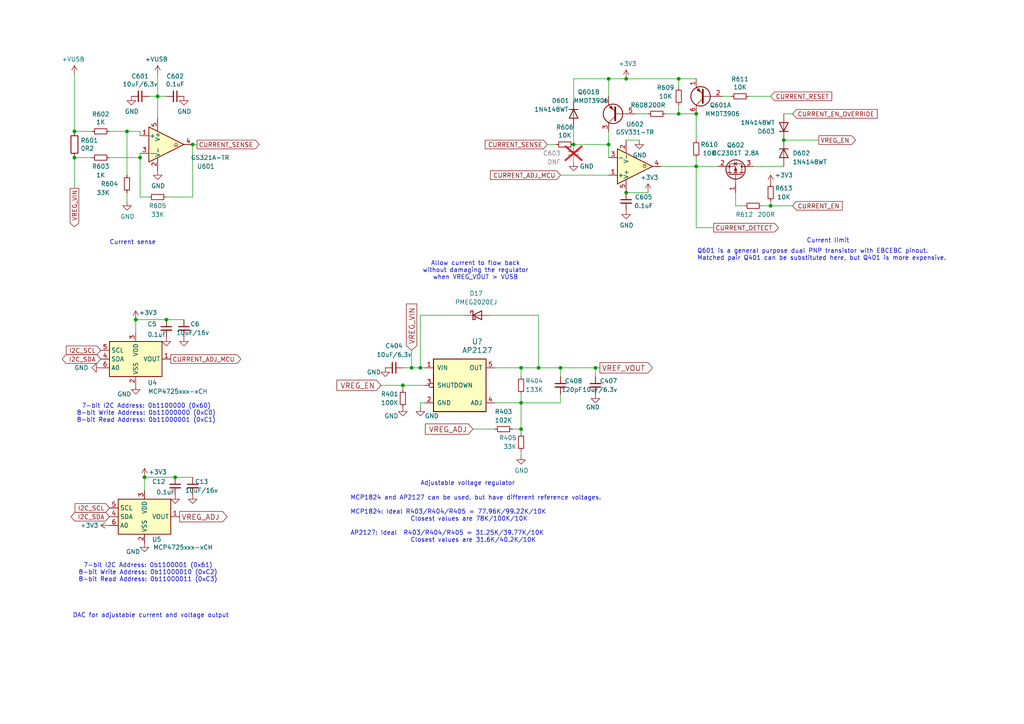
<source format=kicad_sch>
(kicad_sch (version 20231120) (generator "eeschema") (generator_version "8.0")
  (paper "A4")
  (lib_symbols
    (symbol "Analog_DAC:MCP4725xxx-xCH"
      (property "Reference" "U" (at -6.35 6.35 0))
      (property "Value" "MCP4725xxx-xCH" (at 8.89 6.35 0))
      (symbol "MCP4725xxx-xCH_0_1"
        (rectangle (start -7.62 5.08) (end 7.62 -5.08) (stroke (width 0.254)) (fill (type background)))
      )
      (symbol "MCP4725xxx-xCH_1_1"
        (pin output line (at 10.16 0 180) (length 2.54) (name "VOUT") (number "1"))
        (pin power_in line (at 0 -7.62 90) (length 2.54) (name "VSS") (number "2"))
        (pin power_in line (at 0 7.62 270) (length 2.54) (name "VDD") (number "3"))
        (pin bidirectional line (at -10.16 0 0) (length 2.54) (name "SDA") (number "4"))
        (pin input line (at -10.16 2.54 0) (length 2.54) (name "SCL") (number "5"))
        (pin input line (at -10.16 -2.54 0) (length 2.54) (name "A0") (number "6"))
      )
    )
    (symbol "BusPirate-5-rev10-rescue:+3.3V-power" (power) (pin_names (offset 0))
      (property "Value" "+3.3V-power" (at 0 3.556 0))
      (symbol "+3.3V-power_0_1"
        (polyline (pts (xy -0.762 1.27) (xy 0 2.54)))
        (polyline (pts (xy 0 0) (xy 0 2.54)))
        (polyline (pts (xy 0 2.54) (xy 0.762 1.27)))
      )
      (symbol "+3.3V-power_1_1"
        (pin power_in line (at 0 0 90) (length 0) hide (name "+3V3") (number "1"))
      )
    )
    (symbol "Comparator:LMV331" (pin_names (offset 0.127))
      (property "Reference" "U" (at 1.27 5.08 0))
      (property "Value" "LMV331" (at 3.81 -5.08 0))
      (symbol "LMV331_0_1"
        (polyline (pts (xy -5.08 5.08) (xy 5.08 0) (xy -5.08 -5.08) (xy -5.08 5.08)) (stroke (width 0.254)) (fill (type background)))
        (polyline (pts (xy 3.302 -0.508) (xy 2.794 -0.508) (xy 3.302 0) (xy 2.794 0.508) (xy 2.286 0) (xy 2.794 -0.508) (xy 2.286 -0.508)) (stroke (width 0.127)))
      )
      (symbol "LMV331_1_1"
        (pin input line (at -7.62 2.54 0) (length 2.54) (name "+") (number "1"))
        (pin power_in line (at -2.54 -7.62 90) (length 3.81) (name "V-") (number "2"))
        (pin input line (at -7.62 -2.54 0) (length 2.54) (name "-") (number "3"))
        (pin open_collector line (at 7.62 0 180) (length 2.54) (name "~") (number "4"))
        (pin power_in line (at -2.54 7.62 270) (length 3.81) (name "V+") (number "5"))
      )
    )
    (symbol "Device:C_Small" (pin_numbers hide) (pin_names (offset 0.254) hide)
      (property "Reference" "C" (at 0.254 1.778 0))
      (property "Value" "C_Small" (at 0.254 -2.032 0))
      (symbol "C_Small_0_1"
        (polyline (pts (xy -1.524 -0.508) (xy 1.524 -0.508)) (stroke (width 0.3302)))
        (polyline (pts (xy -1.524 0.508) (xy 1.524 0.508)) (stroke (width 0.3048)))
      )
      (symbol "C_Small_1_1"
        (pin passive line (at 0 2.54 270) (length 2.032) (name "~") (number "1"))
        (pin passive line (at 0 -2.54 90) (length 2.032) (name "~") (number "2"))
      )
    )
    (symbol "Device:D_Schottky" (pin_numbers hide) (pin_names (offset 1.016) hide)
      (property "Reference" "D" (at 0 2.54 0))
      (property "Value" "D_Schottky" (at 0 -2.54 0))
      (symbol "D_Schottky_0_1"
        (polyline (pts (xy 1.27 0) (xy -1.27 0)))
        (polyline (pts (xy 1.27 1.27) (xy 1.27 -1.27) (xy -1.27 0) (xy 1.27 1.27)) (stroke (width 0.254)))
        (polyline (pts (xy -1.905 0.635) (xy -1.905 1.27) (xy -1.27 1.27) (xy -1.27 -1.27) (xy -0.635 -1.27) (xy -0.635 -0.635)) (stroke (width 0.254)))
      )
      (symbol "D_Schottky_1_1"
        (pin passive line (at -3.81 0 0) (length 2.54) (name "K") (number "1"))
        (pin passive line (at 3.81 0 180) (length 2.54) (name "A") (number "2"))
      )
    )
    (symbol "Device:R" (pin_numbers hide) (pin_names (offset 0))
      (property "Reference" "R" (at 2.032 0 90))
      (property "Value" "R" (at 0 0 90))
      (symbol "R_0_1"
        (rectangle (start -1.016 -2.54) (end 1.016 2.54) (stroke (width 0.254)))
      )
      (symbol "R_1_1"
        (pin passive line (at 0 3.81 270) (length 1.27) (name "~") (number "1"))
        (pin passive line (at 0 -3.81 90) (length 1.27) (name "~") (number "2"))
      )
    )
    (symbol "Device:R_Small" (pin_numbers hide) (pin_names (offset 0.254) hide)
      (property "Reference" "R" (at 0.762 0.508 0))
      (property "Value" "R_Small" (at 0.762 -1.016 0))
      (symbol "R_Small_0_1"
        (rectangle (start -0.762 1.778) (end 0.762 -1.778) (stroke (width 0.2032)))
      )
      (symbol "R_Small_1_1"
        (pin passive line (at 0 2.54 270) (length 0.762) (name "~") (number "1"))
        (pin passive line (at 0 -2.54 90) (length 0.762) (name "~") (number "2"))
      )
    )
    (symbol "Diode:1N4148WS" (pin_numbers hide) (pin_names hide)
      (property "Reference" "D" (at 0 2.54 0))
      (property "Value" "1N4148WS" (at 0 -2.54 0))
      (symbol "1N4148WS_0_1"
        (polyline (pts (xy -1.27 1.27) (xy -1.27 -1.27)) (stroke (width 0.254)))
        (polyline (pts (xy 1.27 0) (xy -1.27 0)))
        (polyline (pts (xy 1.27 1.27) (xy 1.27 -1.27) (xy -1.27 0) (xy 1.27 1.27)) (stroke (width 0.254)))
      )
      (symbol "1N4148WS_1_1"
        (pin passive line (at -3.81 0 0) (length 2.54) (name "K") (number "1"))
        (pin passive line (at 3.81 0 180) (length 2.54) (name "A") (number "2"))
      )
    )
    (symbol "Transistor_FET:BSS84" (pin_names hide)
      (property "Reference" "Q" (at 5.08 1.905 0))
      (property "Value" "BSS84" (at 5.08 0 0))
      (symbol "BSS84_0_1"
        (polyline (pts (xy 0.254 0) (xy -2.54 0)))
        (polyline (pts (xy 0.254 1.905) (xy 0.254 -1.905)) (stroke (width 0.254)))
        (polyline (pts (xy 0.762 -1.27) (xy 0.762 -2.286)) (stroke (width 0.254)))
        (polyline (pts (xy 0.762 0.508) (xy 0.762 -0.508)) (stroke (width 0.254)))
        (polyline (pts (xy 0.762 2.286) (xy 0.762 1.27)) (stroke (width 0.254)))
        (polyline (pts (xy 2.54 2.54) (xy 2.54 1.778)))
        (polyline (pts (xy 2.54 -2.54) (xy 2.54 0) (xy 0.762 0)))
        (polyline (pts (xy 0.762 1.778) (xy 3.302 1.778) (xy 3.302 -1.778) (xy 0.762 -1.778)))
        (polyline (pts (xy 2.286 0) (xy 1.27 0.381) (xy 1.27 -0.381) (xy 2.286 0)) (fill (type outline)))
        (polyline (pts (xy 2.794 -0.508) (xy 2.921 -0.381) (xy 3.683 -0.381) (xy 3.81 -0.254)))
        (polyline (pts (xy 3.302 -0.381) (xy 2.921 0.254) (xy 3.683 0.254) (xy 3.302 -0.381)))
        (circle (center 1.651 0) (radius 2.794) (stroke (width 0.254)))
        (circle (center 2.54 -1.778) (radius 0.254) (fill (type outline)))
        (circle (center 2.54 1.778) (radius 0.254) (fill (type outline)))
      )
      (symbol "BSS84_1_1"
        (pin input line (at -5.08 0 0) (length 2.54) (name "G") (number "1"))
        (pin passive line (at 2.54 -5.08 90) (length 2.54) (name "S") (number "2"))
        (pin passive line (at 2.54 5.08 270) (length 2.54) (name "D") (number "3"))
      )
    )
    (symbol "dp-power:+VUSB" (power) (pin_names (offset 1.016))
      (property "Value" "+VUSB" (at 0 5.08 0))
      (symbol "+VUSB_0_1"
        (polyline (pts (xy 0 0) (xy 0 2.54)))
        (polyline (pts (xy 0 2.54) (xy -0.762 1.27)))
        (polyline (pts (xy 0 2.54) (xy 0.762 1.27)))
      )
      (symbol "+VUSB_1_1"
        (pin power_in line (at 0 0 90) (length 0) hide (name "+VUSB") (number "1"))
      )
    )
    (symbol "dp-vreg:MCP1824" (pin_names (offset 1.016))
      (property "Reference" "U" (at 0 12.7 0))
      (property "Value" "MCP1824" (at 0 10.16 0))
      (symbol "MCP1824_0_1"
        (rectangle (start -7.62 7.62) (end 7.62 -7.62) (stroke (width 0.3048)) (fill (type background)))
      )
      (symbol "MCP1824_1_1"
        (pin input line (at -10.16 5.08 0) (length 2.54) (name "VIN") (number "1"))
        (pin input line (at -10.16 -5.08 0) (length 2.54) (name "GND") (number "2"))
        (pin input inverted (at -10.16 0 0) (length 2.54) (name "SHUTDOWN") (number "3"))
        (pin input line (at 10.16 -5.08 180) (length 2.54) (name "ADJ") (number "4"))
        (pin power_out line (at 10.16 5.08 180) (length 2.54) (name "OUT") (number "5"))
      )
    )
    (symbol "kicad5-device:Q_DUAL_PNP_PNP_E1B1C2E2B2C1" (pin_names (offset 0) hide)
      (property "Reference" "Q" (at 5.08 1.27 0))
      (property "Value" "Q_DUAL_PNP_PNP_E1B1C2E2B2C1" (at 5.08 -1.27 0))
      (symbol "Q_DUAL_PNP_PNP_E1B1C2E2B2C1_0_1"
        (polyline (pts (xy 0.635 0) (xy -2.54 0)))
        (polyline (pts (xy 0.635 0.635) (xy 2.54 2.54)))
        (polyline (pts (xy 0.635 -0.635) (xy 2.54 -2.54) (xy 2.54 -2.54)))
        (polyline (pts (xy 0.635 1.905) (xy 0.635 -1.905) (xy 0.635 -1.905)) (stroke (width 0.508)))
        (polyline (pts (xy 2.286 -1.778) (xy 1.778 -2.286) (xy 1.27 -1.27) (xy 2.286 -1.778) (xy 2.286 -1.778)) (fill (type outline)))
        (circle (center 1.27 0) (radius 2.8194) (stroke (width 0.254)))
      )
      (symbol "Q_DUAL_PNP_PNP_E1B1C2E2B2C1_1_1"
        (pin passive line (at 2.54 -5.08 90) (length 2.54) (name "E1") (number "1"))
        (pin input line (at -5.08 0 0) (length 2.54) (name "B1") (number "2"))
        (pin passive line (at 2.54 5.08 270) (length 2.54) (name "C1") (number "6"))
      )
      (symbol "Q_DUAL_PNP_PNP_E1B1C2E2B2C1_2_1"
        (pin passive line (at 2.54 5.08 270) (length 2.54) (name "C2") (number "3"))
        (pin passive line (at 2.54 -5.08 90) (length 2.54) (name "E2") (number "4"))
        (pin input line (at -5.08 0 0) (length 2.54) (name "B2") (number "5"))
      )
    )
    (symbol "power:GND" (power) (pin_names (offset 0))
      (property "Value" "GND" (at 0 -3.81 0))
      (symbol "GND_0_1"
        (polyline (pts (xy 0 0) (xy 0 -1.27) (xy 1.27 -1.27) (xy 0 -2.54) (xy -1.27 -1.27) (xy 0 -1.27)))
      )
      (symbol "GND_1_1"
        (pin power_in line (at 0 0 270) (length 0) hide (name "GND") (number "1"))
      )
    )
  )
  (junction (at 201.93 48.26))
  (junction (at 151.13 106.68))
  (junction (at 227.33 40.64))
  (junction (at 156.21 106.68))
  (junction (at 201.93 33.02))
  (junction (at 162.56 106.68))
  (junction (at 166.37 41.91))
  (junction (at 116.84 111.76))
  (junction (at 181.61 22.86))
  (junction (at 176.53 22.86))
  (junction (at 196.85 33.02))
  (junction (at 45.72 27.94))
  (junction (at 50.8 138.43))
  (junction (at 21.59 38.1))
  (junction (at 40.64 45.72))
  (junction (at 151.13 124.46))
  (junction (at 119.38 106.68))
  (junction (at 181.61 55.88))
  (junction (at 172.72 106.68))
  (junction (at 39.37 92.71))
  (junction (at 41.91 138.43))
  (junction (at 55.88 41.91))
  (junction (at 176.53 41.91))
  (junction (at 36.83 38.1))
  (junction (at 121.92 106.68))
  (junction (at 151.13 116.84))
  (junction (at 48.26 92.71))
  (junction (at 196.85 22.86))
  (junction (at 21.59 45.72))
  (junction (at 223.52 59.69))
  (wire (pts (xy 213.36 59.69) (xy 213.36 55.88)))
  (wire (pts (xy 26.67 45.72) (xy 21.59 45.72)))
  (wire (pts (xy 151.13 132.08) (xy 151.13 130.81)))
  (wire (pts (xy 176.53 50.8) (xy 162.56 50.8)))
  (wire (pts (xy 48.26 92.71) (xy 53.34 92.71)))
  (wire (pts (xy 176.53 41.91) (xy 176.53 45.72)))
  (wire (pts (xy 50.8 138.43) (xy 55.88 138.43)))
  (wire (pts (xy 223.52 27.94) (xy 217.17 27.94)))
  (wire (pts (xy 151.13 125.73) (xy 151.13 124.46)))
  (wire (pts (xy 166.37 41.91) (xy 176.53 41.91)))
  (wire (pts (xy 181.61 22.86) (xy 176.53 22.86)))
  (wire (pts (xy 31.75 38.1) (xy 36.83 38.1)))
  (wire (pts (xy 161.29 41.91) (xy 158.75 41.91)))
  (wire (pts (xy 151.13 116.84) (xy 162.56 116.84)))
  (wire (pts (xy 191.77 48.26) (xy 201.93 48.26)))
  (wire (pts (xy 123.19 116.84) (xy 121.92 116.84)))
  (wire (pts (xy 40.64 38.1) (xy 40.64 39.37)))
  (wire (pts (xy 156.21 106.68) (xy 162.56 106.68)))
  (wire (pts (xy 40.64 57.15) (xy 40.64 45.72)))
  (wire (pts (xy 45.72 27.94) (xy 45.72 21.59)))
  (wire (pts (xy 21.59 38.1) (xy 21.59 21.59)))
  (wire (pts (xy 151.13 116.84) (xy 151.13 114.3)))
  (wire (pts (xy 116.84 111.76) (xy 110.49 111.76)))
  (wire (pts (xy 187.96 33.02) (xy 184.15 33.02)))
  (wire (pts (xy 193.04 33.02) (xy 196.85 33.02)))
  (wire (pts (xy 151.13 109.22) (xy 151.13 106.68)))
  (wire (pts (xy 166.37 22.86) (xy 166.37 29.21)))
  (wire (pts (xy 172.72 106.68) (xy 173.99 106.68)))
  (wire (pts (xy 196.85 33.02) (xy 201.93 33.02)))
  (wire (pts (xy 43.18 57.15) (xy 40.64 57.15)))
  (wire (pts (xy 201.93 66.04) (xy 201.93 48.26)))
  (wire (pts (xy 36.83 55.88) (xy 36.83 58.42)))
  (wire (pts (xy 119.38 106.68) (xy 121.92 106.68)))
  (wire (pts (xy 55.88 41.91) (xy 55.88 57.15)))
  (wire (pts (xy 137.16 124.46) (xy 143.51 124.46)))
  (wire (pts (xy 21.59 45.72) (xy 21.59 54.61)))
  (wire (pts (xy 55.88 57.15) (xy 48.26 57.15)))
  (wire (pts (xy 39.37 92.71) (xy 39.37 96.52)))
  (wire (pts (xy 50.8 138.43) (xy 41.91 138.43)))
  (wire (pts (xy 143.51 106.68) (xy 151.13 106.68)))
  (wire (pts (xy 215.9 59.69) (xy 213.36 59.69)))
  (wire (pts (xy 229.87 59.69) (xy 223.52 59.69)))
  (wire (pts (xy 181.61 22.86) (xy 196.85 22.86)))
  (wire (pts (xy 162.56 116.84) (xy 162.56 114.3)))
  (wire (pts (xy 196.85 22.86) (xy 201.93 22.86)))
  (wire (pts (xy 151.13 106.68) (xy 156.21 106.68)))
  (wire (pts (xy 40.64 44.45) (xy 40.64 45.72)))
  (wire (pts (xy 156.21 91.44) (xy 156.21 106.68)))
  (wire (pts (xy 181.61 55.88) (xy 187.96 55.88)))
  (wire (pts (xy 41.91 138.43) (xy 41.91 142.24)))
  (wire (pts (xy 48.26 92.71) (xy 39.37 92.71)))
  (wire (pts (xy 176.53 22.86) (xy 166.37 22.86)))
  (wire (pts (xy 201.93 48.26) (xy 201.93 45.72)))
  (wire (pts (xy 218.44 48.26) (xy 227.33 48.26)))
  (wire (pts (xy 119.38 101.6) (xy 119.38 106.68)))
  (wire (pts (xy 172.72 106.68) (xy 172.72 109.22)))
  (wire (pts (xy 55.88 41.91) (xy 57.15 41.91)))
  (wire (pts (xy 151.13 124.46) (xy 151.13 116.84)))
  (wire (pts (xy 121.92 91.44) (xy 121.92 106.68)))
  (wire (pts (xy 212.09 27.94) (xy 209.55 27.94)))
  (wire (pts (xy 181.61 40.64) (xy 185.42 40.64)))
  (wire (pts (xy 207.01 66.04) (xy 201.93 66.04)))
  (wire (pts (xy 237.49 40.64) (xy 227.33 40.64)))
  (wire (pts (xy 176.53 27.94) (xy 176.53 22.86)))
  (wire (pts (xy 166.37 36.83) (xy 166.37 41.91)))
  (wire (pts (xy 134.62 91.44) (xy 121.92 91.44)))
  (wire (pts (xy 116.84 106.68) (xy 119.38 106.68)))
  (wire (pts (xy 116.84 113.03) (xy 116.84 111.76)))
  (wire (pts (xy 143.51 116.84) (xy 151.13 116.84)))
  (wire (pts (xy 26.67 38.1) (xy 21.59 38.1)))
  (wire (pts (xy 121.92 106.68) (xy 123.19 106.68)))
  (wire (pts (xy 148.59 124.46) (xy 151.13 124.46)))
  (wire (pts (xy 176.53 38.1) (xy 176.53 41.91)))
  (wire (pts (xy 36.83 50.8) (xy 36.83 38.1)))
  (wire (pts (xy 123.19 111.76) (xy 116.84 111.76)))
  (wire (pts (xy 201.93 40.64) (xy 201.93 33.02)))
  (wire (pts (xy 196.85 25.4) (xy 196.85 22.86)))
  (wire (pts (xy 223.52 59.69) (xy 220.98 59.69)))
  (wire (pts (xy 162.56 109.22) (xy 162.56 106.68)))
  (wire (pts (xy 162.56 106.68) (xy 172.72 106.68)))
  (wire (pts (xy 208.28 48.26) (xy 201.93 48.26)))
  (wire (pts (xy 40.64 45.72) (xy 31.75 45.72)))
  (wire (pts (xy 196.85 30.48) (xy 196.85 33.02)))
  (wire (pts (xy 43.18 27.94) (xy 45.72 27.94)))
  (wire (pts (xy 36.83 38.1) (xy 40.64 38.1)))
  (wire (pts (xy 45.72 27.94) (xy 45.72 34.29)))
  (wire (pts (xy 223.52 58.42) (xy 223.52 59.69)))
  (wire (pts (xy 229.87 33.02) (xy 227.33 33.02)))
  (wire (pts (xy 121.92 116.84) (xy 121.92 118.11)))
  (wire (pts (xy 142.24 91.44) (xy 156.21 91.44)))
  (wire (pts (xy 45.72 27.94) (xy 48.26 27.94)))
  (text "Adjustable voltage regulator" (at 121.92 140.97 0) (effects (font (size 1.27 1.27)) (justify left bottom)))
  (text "DAC for adjustable current and voltage output" (at 21.082 179.324 0) (effects (font (size 1.27 1.27)) (justify left bottom)))
  (text "7-bit I2C Address: 0b1100000 (0x60)\n8-bit Write Address: 0b11000000 (0xC0)\n8-bit Read Address: 0b11000001 (0xC1)" (at 42.418 119.888 0) (effects (font (size 1.27 1.27))))
  (text "Current sense" (at 31.75 71.12 0) (effects (font (size 1.27 1.27)) (justify left bottom)))
  (text "Allow current to flow back\nwithout damaging the regulator\nwhen VREG_VOUT > VUSB" (at 137.922 78.486 0) (effects (font (size 1.27 1.27))))
  (text "MCP1824 and AP2127 can be used, but have different reference voltages.\n\nMCP1824: Ideal R403/R404/R405 = 77.96K/99.22K/10K\n                  Closest values are 78K/100K/10K\n\nAP2127: Ideal  R403/R404/R405 = 31.25K/39.77K/10K\n                  Closest values are 31.6K/40.2K/10K" (at 101.6 157.48 0) (effects (font (size 1.27 1.27)) (justify left bottom)))
  (text "Current limit" (at 233.934 70.612 0) (effects (font (size 1.27 1.27)) (justify left bottom)))
  (text "Q601 is a general purpose dual PNP transistor with EBCEBC pinout. \nMatched pair Q401 can be substituted here, but Q401 is more expensive.\n" (at 202.184 75.692 0) (effects (font (size 1.27 1.27)) (justify left bottom)))
  (text "7-bit I2C Address: 0b1100001 (0x61)\n8-bit Write Address: 0b11000010 (0xC2)\n8-bit Read Address: 0b11000011 (0xC3)" (at 42.926 166.116 0) (effects (font (size 1.27 1.27))))
  (global_label "VREG_ADJ" (shape output) (at 52.07 149.86 0) (effects (font (size 1.524 1.524))) (property "Intersheetrefs" "${INTERSHEET_REFS}" (effects (hide yes))))
  (global_label "VREG_VIN" (shape output) (at 21.59 54.61 270) (property "Intersheetrefs" "${INTERSHEET_REFS}" (effects (hide yes))))
  (global_label "CURRENT_DETECT" (shape output) (at 207.01 66.04 0) (property "Intersheetrefs" "${INTERSHEET_REFS}" (effects (hide yes))))
  (global_label "VREG_ADJ" (shape input) (at 137.16 124.46 180) (effects (font (size 1.524 1.524))) (property "Intersheetrefs" "${INTERSHEET_REFS}" (effects (hide yes))))
  (global_label "VREG_EN" (shape output) (at 237.49 40.64 0) (property "Intersheetrefs" "${INTERSHEET_REFS}" (effects (hide yes))))
  (global_label "I2C_SCL" (shape input) (at 29.21 101.6 180) (property "Intersheetrefs" "${INTERSHEET_REFS}" (effects (hide yes))))
  (global_label "VREF_VOUT" (shape output) (at 173.99 106.68 0) (effects (font (size 1.524 1.524))) (property "Intersheetrefs" "${INTERSHEET_REFS}" (effects (hide yes))))
  (global_label "CURRENT_SENSE" (shape input) (at 158.75 41.91 180) (property "Intersheetrefs" "${INTERSHEET_REFS}" (effects (hide yes))))
  (global_label "VREG_EN" (shape input) (at 110.49 111.76 180) (effects (font (size 1.524 1.524))) (property "Intersheetrefs" "${INTERSHEET_REFS}" (effects (hide yes))))
  (global_label "CURRENT_ADJ_MCU" (shape input) (at 162.56 50.8 180) (property "Intersheetrefs" "${INTERSHEET_REFS}" (effects (hide yes))))
  (global_label "CURRENT_SENSE" (shape output) (at 57.15 41.91 0) (property "Intersheetrefs" "${INTERSHEET_REFS}" (effects (hide yes))))
  (global_label "I2C_SCL" (shape input) (at 31.75 147.32 180) (property "Intersheetrefs" "${INTERSHEET_REFS}" (effects (hide yes))))
  (global_label "VREG_VIN" (shape input) (at 119.38 101.6 90) (effects (font (size 1.524 1.524))) (property "Intersheetrefs" "${INTERSHEET_REFS}" (effects (hide yes))))
  (global_label "CURRENT_ADJ_MCU" (shape output) (at 49.53 104.14 0) (property "Intersheetrefs" "${INTERSHEET_REFS}" (effects (hide yes))))
  (global_label "I2C_SDA" (shape bidirectional) (at 31.75 149.86 180) (property "Intersheetrefs" "${INTERSHEET_REFS}" (effects (hide yes))))
  (global_label "CURRENT_EN" (shape input) (at 229.87 59.69 0) (property "Intersheetrefs" "${INTERSHEET_REFS}" (effects (hide yes))))
  (global_label "I2C_SDA" (shape bidirectional) (at 29.21 104.14 180) (property "Intersheetrefs" "${INTERSHEET_REFS}" (effects (hide yes))))
  (global_label "CURRENT_EN_OVERRIDE" (shape input) (at 229.87 33.02 0) (property "Intersheetrefs" "${INTERSHEET_REFS}" (effects (hide yes))))
  (global_label "CURRENT_RESET" (shape input) (at 223.52 27.94 0) (property "Intersheetrefs" "${INTERSHEET_REFS}" (effects (hide yes))))
  (symbol (lib_id "dp-vreg:MCP1824") (at 133.35 111.76 0) (unit 1)
    (property "Reference" "U?" (at 138.43 99.06 0) (effects (font (size 1.524 1.524))))
    (property "Value" "AP2127" (at 138.43 101.6 0) (effects (font (size 1.524 1.524))))
    (property "Footprint" "Package_TO_SOT_SMD:SOT-23-5" (effects (hide yes)))
    (property "RMB" "2.68" (effects (hide yes)))
    (property "Supplier" " https://item.szlcsc.com/157049.html" (effects (hide yes)))
    (instances (project "REV0" (path "" (reference "U?") (unit 1)) (path "" (reference "U403") (unit 1))))
  )
  (symbol (lib_id "power:GND") (at 121.92 118.11 0) (unit 1)
    (property "Reference" "#PWR0412" (effects (hide yes)))
    (property "Value" "GND" (at 123.19 120.65 0) (effects (justify left)))
  )
  (symbol (lib_id "Device:C_Small") (at 172.72 111.76 0) (unit 1)
    (property "Reference" "C407" (at 179.07 110.49 0) (effects (justify right)))
    (property "Value" "10uF/6.3v" (at 179.07 113.03 0) (effects (justify right)))
    (property "Footprint" "Capacitor_SMD:C_0402_1005Metric" (effects (hide yes)))
    (property "Description" "CL05A106MQ5NUN" (effects (hide yes)))
    (property "RMB" "0.037726" (effects (hide yes)))
    (property "Supplier" "https://item.szlcsc.com/1877.html" (effects (hide yes)))
    (property "MANUFACTURER" "Samsung" (effects (hide yes)))
  )
  (symbol (lib_id "power:GND") (at 172.72 114.3 0) (unit 1)
    (property "Reference" "#PWR0419" (effects (hide yes)))
    (property "Value" "GND" (at 173.99 118.11 0) (effects (justify right)))
  )
  (symbol (lib_id "Device:C_Small") (at 114.3 106.68 270) (unit 1)
    (property "Reference" "C404" (at 114.3 100.33 90))
    (property "Value" "10uF/6.3v" (at 114.3 102.87 90))
    (property "Footprint" "Capacitor_SMD:C_0402_1005Metric" (effects (hide yes)))
    (property "Description" "CL05A106MQ5NUN" (effects (hide yes)))
    (property "RMB" "0.037726" (effects (hide yes)))
    (property "Supplier" "https://item.szlcsc.com/1877.html" (effects (hide yes)))
    (property "MANUFACTURER" "Samsung" (effects (hide yes)))
  )
  (symbol (lib_id "power:GND") (at 111.76 106.68 0) (unit 1)
    (property "Reference" "#PWR0410" (effects (hide yes)))
    (property "Value" "GND" (at 110.49 107.95 0) (effects (justify right)))
  )
  (symbol (lib_id "Device:R_Small") (at 116.84 115.57 0) (unit 1)
    (property "Reference" "R401" (at 115.57 114.3 0) (effects (justify right)))
    (property "Value" "100K" (at 115.57 116.84 0) (effects (justify right)))
    (property "Footprint" "Resistor_SMD:R_0402_1005Metric" (effects (hide yes)))
    (property "RMB" "0.005749" (effects (hide yes)))
    (property "Supplier" "https://item.szlcsc.com/61543.html" (effects (hide yes)))
  )
  (symbol (lib_id "power:GND") (at 116.84 118.11 0) (unit 1)
    (property "Reference" "#PWR0411" (effects (hide yes)))
    (property "Value" "GND" (at 115.57 120.65 0) (effects (justify right)))
  )
  (symbol (lib_id "Device:R_Small") (at 151.13 111.76 0) (unit 1)
    (property "Reference" "R404" (at 152.4 110.49 0) (effects (justify left)))
    (property "Value" "133K" (at 152.4 113.03 0) (effects (justify left)))
    (property "Footprint" "Resistor_SMD:R_0402_1005Metric" (effects (hide yes)))
    (property "RMB" "0.005749" (effects (hide yes)))
    (property "Supplier" "https://item.szlcsc.com/61543.html" (effects (hide yes)))
  )
  (symbol (lib_id "Device:R_Small") (at 151.13 128.27 0) (unit 1)
    (property "Reference" "R405" (at 149.86 127 0) (effects (justify right)))
    (property "Value" "33K" (at 149.86 129.54 0) (effects (justify right)))
    (property "Footprint" "Resistor_SMD:R_0402_1005Metric" (effects (hide yes)))
    (property "RMB" "0.004864" (effects (hide yes)))
    (property "Supplier" "https://item.szlcsc.com/61542.html" (effects (hide yes)))
  )
  (symbol (lib_id "Device:R_Small") (at 146.05 124.46 90) (unit 1)
    (property "Reference" "R403" (at 146.05 119.38 90))
    (property "Value" "102K" (at 146.05 121.92 90))
    (property "Footprint" "Resistor_SMD:R_0402_1005Metric" (effects (hide yes)))
    (property "RMB" "0.005944" (effects (hide yes)))
    (property "Supplier" "https://item.szlcsc.com/174835.html" (effects (hide yes)))
  )
  (symbol (lib_id "power:GND") (at 151.13 132.08 0) (unit 1)
    (property "Reference" "#PWR0417" (effects (hide yes)))
    (property "Value" "GND" (at 151.257 136.4742 0))
  )
  (symbol (lib_id "Device:R_Small") (at 29.21 38.1 270) (unit 1)
    (property "Reference" "R602" (at 29.21 33.1216 90))
    (property "Value" "1K" (at 29.21 35.433 90))
    (property "Footprint" "Resistor_SMD:R_0402_1005Metric" (effects (hide yes)))
    (property "RMB" "0.005622" (effects (hide yes)))
    (property "Supplier" "https://item.szlcsc.com/107450.html" (effects (hide yes)))
  )
  (symbol (lib_id "Device:R") (at 21.59 41.91 0) (unit 1)
    (property "Reference" "R601" (at 23.368 40.7416 0) (effects (justify left)))
    (property "Value" "0R2" (at 23.368 43.053 0) (effects (justify left)))
    (property "Footprint" "Resistor_SMD:R_2512_6332Metric_Pad1.40x3.35mm_HandSolder" (effects (hide yes)))
    (property "RMB" "0.418328" (effects (hide yes)))
    (property "Supplier" "https://item.szlcsc.com/464030.html" (effects (hide yes)))
  )
  (symbol (lib_id "Device:R_Small") (at 29.21 45.72 270) (unit 1)
    (property "Reference" "R603" (at 29.21 48.26 90))
    (property "Value" "1K" (at 29.21 50.8 90))
    (property "Footprint" "Resistor_SMD:R_0402_1005Metric" (effects (hide yes)))
    (property "RMB" "0.005622" (effects (hide yes)))
    (property "Supplier" "https://item.szlcsc.com/107450.html" (effects (hide yes)))
  )
  (symbol (lib_id "Device:R_Small") (at 36.83 53.34 180) (unit 1)
    (property "Reference" "R604" (at 29.21 53.34 0) (effects (justify right)))
    (property "Value" "33K" (at 27.94 55.88 0) (effects (justify right)))
    (property "Footprint" "Resistor_SMD:R_0402_1005Metric" (effects (hide yes)))
    (property "RMB" "0.005541" (effects (hide yes)))
    (property "Supplier" "https://item.szlcsc.com/141563.html" (effects (hide yes)))
  )
  (symbol (lib_id "power:GND") (at 36.83 58.42 0) (unit 1)
    (property "Reference" "#PWR0602" (effects (hide yes)))
    (property "Value" "GND" (at 36.957 62.8142 0))
  )
  (symbol (lib_id "power:GND") (at 45.72 49.53 0) (unit 1)
    (property "Reference" "#PWR0605" (effects (hide yes)))
    (property "Value" "GND" (at 45.847 53.9242 0))
  )
  (symbol (lib_id "Device:R_Small") (at 45.72 57.15 270) (unit 1)
    (property "Reference" "R605" (at 45.72 59.69 90))
    (property "Value" "33K" (at 45.72 62.23 90))
    (property "Footprint" "Resistor_SMD:R_0402_1005Metric" (effects (hide yes)))
    (property "RMB" "0.005541" (effects (hide yes)))
    (property "Supplier" "https://item.szlcsc.com/141563.html" (effects (hide yes)))
  )
  (symbol (lib_id "Device:C_Small") (at 50.8 27.94 270) (unit 1)
    (property "Reference" "C602" (at 50.8 22.1234 90))
    (property "Value" "0.1uF" (at 50.8 24.4348 90))
    (property "Footprint" "Capacitor_SMD:C_0402_1005Metric" (effects (hide yes)))
    (property "RMB" "0.00628" (effects (hide yes)))
    (property "Supplier" "https://item.szlcsc.com/1877.html" (effects (hide yes)))
  )
  (symbol (lib_id "Device:C_Small") (at 40.64 27.94 270) (unit 1)
    (property "Reference" "C601" (at 40.64 22.1234 90))
    (property "Value" "10uF/6.3v" (at 40.64 24.4348 90))
    (property "Footprint" "Capacitor_SMD:C_0402_1005Metric" (effects (hide yes)))
    (property "Description" "CL05A106MQ5NUN" (effects (hide yes)))
    (property "RMB" "0.043101" (effects (hide yes)))
    (property "Supplier" "https://item.szlcsc.com/108589.html" (effects (hide yes)))
    (property "MANUFACTURER" "Samsung" (effects (hide yes)))
  )
  (symbol (lib_id "power:GND") (at 53.34 27.94 0) (unit 1)
    (property "Reference" "#PWR0606" (effects (hide yes)))
    (property "Value" "GND" (at 53.467 32.3342 0))
  )
  (symbol (lib_id "power:GND") (at 38.1 27.94 0) (unit 1)
    (property "Reference" "#PWR0603" (effects (hide yes)))
    (property "Value" "GND" (at 38.227 32.3342 0))
  )
  (symbol (lib_id "Device:R_Small") (at 163.83 41.91 270) (unit 1)
    (property "Reference" "R606" (at 163.83 36.9316 90))
    (property "Value" "10K" (at 163.83 39.243 90))
    (property "Footprint" "Resistor_SMD:R_0402_1005Metric" (effects (hide yes)))
  )
  (symbol (lib_id "Device:C_Small") (at 166.37 44.45 180) (unit 1) (in_bom no) (dnp yes)
    (property "Reference" "C603" (at 157.48 44.45 0) (effects (justify right)))
    (property "Value" "DNF" (at 158.75 46.99 0) (effects (justify right)))
    (property "Footprint" "Capacitor_SMD:C_0402_1005Metric" (effects (hide yes)))
  )
  (symbol (lib_id "power:GND") (at 166.37 46.99 0) (unit 1)
    (property "Reference" "#PWR0607" (effects (hide yes)))
    (property "Value" "GND" (at 170.18 48.26 0))
  )
  (symbol (lib_id "BusPirate-5-rev10-rescue:+3.3V-power") (at 181.61 22.86 0) (unit 1)
    (property "Reference" "#PWR0609" (effects (hide yes)))
    (property "Value" "+3V3" (at 181.991 18.4658 0))
  )
  (symbol (lib_id "Device:C_Small") (at 181.61 58.42 0) (unit 1)
    (property "Reference" "C605" (at 186.69 57.15 0))
    (property "Value" "0.1uF" (at 186.69 59.69 0))
    (property "Footprint" "Capacitor_SMD:C_0402_1005Metric" (effects (hide yes)))
    (property "RMB" "0.00628" (effects (hide yes)))
    (property "Supplier" "https://item.szlcsc.com/1877.html" (effects (hide yes)))
  )
  (symbol (lib_id "power:GND") (at 181.61 60.96 0) (unit 1)
    (property "Reference" "#PWR0610" (effects (hide yes)))
    (property "Value" "GND" (at 181.737 65.3542 0))
  )
  (symbol (lib_id "dp-power:+VUSB") (at 45.72 21.59 0) (unit 1)
    (property "Reference" "#PWR0604" (effects (hide yes)))
    (property "Value" "+VUSB" (at 45.339 17.1958 0))
  )
  (symbol (lib_id "dp-power:+VUSB") (at 21.59 21.59 0) (unit 1)
    (property "Reference" "#PWR0601" (effects (hide yes)))
    (property "Value" "+VUSB" (at 21.209 17.1958 0))
  )
  (symbol (lib_id "Diode:1N4148WS") (at 166.37 33.02 270) (unit 1)
    (property "Reference" "D601" (at 160.02 29.21 90) (effects (justify left)))
    (property "Value" "1N4148WT" (at 154.94 31.75 90) (effects (justify left)))
    (property "Footprint" "Diode_SMD:D_SOD-523" (effects (hide yes)))
    (property "Datasheet" "https://www.vishay.com/docs/85751/1n4148ws.pdf" (effects (hide yes)))
    (property "RMB" "0.182079" (effects (hide yes)))
    (property "Supplier" "https://item.szlcsc.com/120141.html" (effects (hide yes)))
  )
  (symbol (lib_id "BusPirate-5-rev10-rescue:+3.3V-power") (at 187.96 55.88 0) (unit 1)
    (property "Reference" "#PWR0612" (effects (hide yes)))
    (property "Value" "+3V3" (at 188.341 51.4858 0))
  )
  (symbol (lib_id "power:GND") (at 185.42 40.64 0) (unit 1)
    (property "Reference" "#PWR0611" (effects (hide yes)))
    (property "Value" "GND" (at 185.547 45.0342 0))
  )
  (symbol (lib_id "Device:R_Small") (at 190.5 33.02 90) (unit 1)
    (property "Reference" "R608" (at 185.42 30.48 90))
    (property "Value" "200R" (at 190.5 30.48 90))
    (property "Footprint" "Resistor_SMD:R_0402_1005Metric" (effects (hide yes)))
  )
  (symbol (lib_id "Device:R_Small") (at 196.85 27.94 0) (unit 1)
    (property "Reference" "R609" (at 193.04 25.4 0))
    (property "Value" "10K" (at 193.04 27.94 0))
    (property "Footprint" "Resistor_SMD:R_0402_1005Metric" (effects (hide yes)))
  )
  (symbol (lib_id "Device:R_Small") (at 201.93 43.18 0) (unit 1)
    (property "Reference" "R610" (at 205.74 41.91 0))
    (property "Value" "10K" (at 205.74 44.45 0))
    (property "Footprint" "Resistor_SMD:R_0402_1005Metric" (effects (hide yes)))
  )
  (symbol (lib_id "Transistor_FET:BSS84") (at 213.36 50.8 270) (mirror x) (unit 1)
    (property "Reference" "Q602" (at 213.36 42.0878 90))
    (property "Value" "BC2301T 2.8A" (at 213.36 44.3992 90))
    (property "Footprint" "Package_TO_SOT_SMD:SOT-523" (effects (hide yes)))
    (property "Datasheet" "http://www.aosmd.com/pdfs/datasheet/AO3401A.pdf" (effects (hide yes)))
    (property "RMB" "0.232494" (effects (hide yes)))
    (property "Supplier" "https://item.szlcsc.com/76686.html" (effects (hide yes)))
  )
  (symbol (lib_id "Device:R_Small") (at 218.44 59.69 90) (unit 1)
    (property "Reference" "R612" (at 215.9 62.23 90))
    (property "Value" "200R" (at 222.25 62.23 90))
    (property "Footprint" "Resistor_SMD:R_0402_1005Metric" (effects (hide yes)))
  )
  (symbol (lib_id "Device:R_Small") (at 223.52 55.88 0) (unit 1)
    (property "Reference" "R613" (at 227.33 54.61 0))
    (property "Value" "10K" (at 227.33 57.15 0))
    (property "Footprint" "Resistor_SMD:R_0402_1005Metric" (effects (hide yes)))
  )
  (symbol (lib_id "BusPirate-5-rev10-rescue:+3.3V-power") (at 223.52 53.34 0) (unit 1)
    (property "Reference" "#PWR0613" (effects (hide yes)))
    (property "Value" "+3V3" (at 227.33 50.8 0))
  )
  (symbol (lib_id "Device:R_Small") (at 214.63 27.94 270) (unit 1)
    (property "Reference" "R611" (at 214.63 22.9616 90))
    (property "Value" "10K" (at 214.63 25.273 90))
    (property "Footprint" "Resistor_SMD:R_0402_1005Metric" (effects (hide yes)))
  )
  (symbol (lib_id "kicad5-device:Q_DUAL_PNP_PNP_E1B1C2E2B2C1") (at 204.47 27.94 180) (unit 1)
    (property "Reference" "Q601" (at 212.09 30.48 0) (effects (justify left)))
    (property "Value" "MMDT3906" (at 214.63 33.02 0) (effects (justify left)))
    (property "Footprint" "Package_TO_SOT_SMD:SOT-363_SC-70-6" (effects (hide yes)))
  )
  (symbol (lib_id "kicad5-device:Q_DUAL_PNP_PNP_E1B1C2E2B2C1") (at 179.07 33.02 180) (unit 2)
    (property "Reference" "Q601" (at 173.99 26.67 0) (effects (justify left)))
    (property "Value" "MMDT3906" (at 176.53 29.21 0) (effects (justify left)))
    (property "Footprint" "Package_TO_SOT_SMD:SOT-363_SC-70-6" (effects (hide yes)))
  )
  (symbol (lib_id "Diode:1N4148WS") (at 227.33 44.45 270) (unit 1)
    (property "Reference" "D602" (at 229.87 44.45 90) (effects (justify left)))
    (property "Value" "1N4148WT" (at 229.87 46.99 90) (effects (justify left)))
    (property "Footprint" "Diode_SMD:D_SOD-523" (effects (hide yes)))
    (property "Datasheet" "https://www.vishay.com/docs/85751/1n4148ws.pdf" (effects (hide yes)))
    (property "RMB" "0.182079" (effects (hide yes)))
    (property "Supplier" "https://item.szlcsc.com/120141.html" (effects (hide yes)))
  )
  (symbol (lib_id "Diode:1N4148WS") (at 227.33 36.83 90) (unit 1)
    (property "Reference" "D603" (at 224.79 38.1 90) (effects (justify left)))
    (property "Value" "1N4148WT" (at 224.79 35.56 90) (effects (justify left)))
    (property "Footprint" "Diode_SMD:D_SOD-523" (effects (hide yes)))
    (property "Datasheet" "https://www.vishay.com/docs/85751/1n4148ws.pdf" (effects (hide yes)))
    (property "RMB" "0.182079" (effects (hide yes)))
    (property "Supplier" "https://item.szlcsc.com/120141.html" (effects (hide yes)))
  )
  (symbol (lib_id "Device:C_Small") (at 162.56 111.76 0) (unit 1)
    (property "Reference" "C408" (at 168.91 110.49 0) (effects (justify right)))
    (property "Value" "120pF" (at 168.91 113.03 0) (effects (justify right)))
    (property "Footprint" "Capacitor_SMD:C_0402_1005Metric" (effects (hide yes)))
    (property "RMB" "0.037726" (effects (hide yes)))
    (property "Supplier" "https://item.szlcsc.com/1877.html" (effects (hide yes)))
  )
  (symbol (lib_id "Comparator:LMV331") (at 184.15 48.26 0) (mirror x) (unit 1)
    (property "Reference" "U602" (at 184.15 36.0426 0))
    (property "Value" "GSV331-TR" (at 184.15 38.354 0))
    (property "Footprint" "Package_TO_SOT_SMD:SOT-23-5" (effects (hide yes)))
    (property "Datasheet" "http://www.ti.com/lit/ds/symlink/lmv331.pdf" (effects (hide yes)))
  )
  (symbol (lib_id "Comparator:LMV331") (at 48.26 41.91 0) (unit 1)
    (property "Reference" "U601" (at 59.69 48.26 0))
    (property "Value" "GS321A-TR" (at 60.96 45.72 0))
    (property "Footprint" "Package_TO_SOT_SMD:SOT-23-5" (effects (hide yes)))
    (property "Datasheet" "http://www.ti.com/lit/ds/symlink/lmv331.pdf" (effects (hide yes)))
  )
  (symbol (lib_id "BusPirate-5-rev10-rescue:+3.3V-power") (at 31.75 152.4 90) (unit 1)
    (property "Reference" "#PWR045" (effects (hide yes)))
    (property "Value" "+3V3" (at 25.908 152.4 90))
  )
  (symbol (lib_id "power:GND") (at 39.37 111.76 0) (unit 1)
    (property "Reference" "#PWR047" (effects (hide yes)))
    (property "Value" "GND" (at 38.1 114.3 0) (effects (justify right)))
  )
  (symbol (lib_id "BusPirate-5-rev10-rescue:+3.3V-power") (at 41.91 138.43 0) (unit 1)
    (property "Reference" "#PWR051" (effects (hide yes)))
    (property "Value" "+3V3" (at 45.72 136.906 0))
  )
  (symbol (lib_id "power:GND") (at 41.91 157.48 0) (unit 1)
    (property "Reference" "#PWR046" (effects (hide yes)))
    (property "Value" "GND" (at 40.64 160.02 0) (effects (justify right)))
  )
  (symbol (lib_id "power:GND") (at 55.88 143.51 0) (unit 1)
    (property "Reference" "#PWR053" (effects (hide yes)))
    (property "Value" "GND" (effects (hide yes)))
  )
  (symbol (lib_id "Device:C_Small") (at 53.34 95.25 0) (unit 1)
    (property "Reference" "C6" (at 57.912 93.98 0) (effects (justify right)))
    (property "Value" "10uF/16v" (at 60.706 96.52 0) (effects (justify right)))
    (property "Footprint" "Capacitor_SMD:C_0805_2012Metric" (effects (hide yes)))
    (property "Description" "CL21B106KOQNNNE" (effects (hide yes)))
    (property "RMB" "0.037726" (effects (hide yes)))
    (property "Supplier" "https://item.szlcsc.com/1877.html" (effects (hide yes)))
    (property "MANUFACTURER" "Samsung" (effects (hide yes)))
  )
  (symbol (lib_id "Device:D_Schottky") (at 138.43 91.44 0) (unit 1)
    (property "Reference" "D17" (at 138.1125 85.09 0))
    (property "Value" "PMEG2020EJ" (at 138.1125 87.63 0))
    (property "Footprint" "Diode_SMD:D_SOD-323F" (effects (hide yes)))
    (property "Datasheet" "https://assets.nexperia.com/documents/data-sheet/PMEG2020EJ.pdf" (effects (hide yes)))
    (property "Description" "Schottky diode, 20V, 2A" (effects (hide yes)))
    (property "MANUFACTURER" "Nexperia" (effects (hide yes)))
  )
  (symbol (lib_id "Analog_DAC:MCP4725xxx-xCH") (at 41.91 149.86 0) (unit 1)
    (property "Reference" "U5" (at 45.466 156.464 0))
    (property "Value" "MCP4725xxx-xCH" (at 53.086 158.75 0))
    (property "Footprint" "Package_TO_SOT_SMD:SOT-23-6" (effects (hide yes)))
    (property "Datasheet" "http://ww1.microchip.com/downloads/en/DeviceDoc/22039d.pdf" (effects (hide yes)))
  )
  (symbol (lib_id "Device:C_Small") (at 48.26 95.25 0) (unit 1)
    (property "Reference" "C5" (at 45.466 93.98 0) (effects (justify right)))
    (property "Value" "0.1uF" (at 48.26 97.028 0) (effects (justify right)))
    (property "Footprint" "Capacitor_SMD:C_0402_1005Metric" (effects (hide yes)))
    (property "RMB" "0.037726" (effects (hide yes)))
    (property "Supplier" "https://item.szlcsc.com/1877.html" (effects (hide yes)))
  )
  (symbol (lib_id "Analog_DAC:MCP4725xxx-xCH") (at 39.37 104.14 0) (unit 1)
    (property "Reference" "U4" (at 44.196 110.998 0))
    (property "Value" "MCP4725xxx-xCH" (at 51.562 113.538 0))
    (property "Footprint" "Package_TO_SOT_SMD:SOT-23-6" (effects (hide yes)))
    (property "Datasheet" "http://ww1.microchip.com/downloads/en/DeviceDoc/22039d.pdf" (effects (hide yes)))
  )
  (symbol (lib_id "BusPirate-5-rev10-rescue:+3.3V-power") (at 39.37 92.71 0) (unit 1)
    (property "Reference" "#PWR020" (effects (hide yes)))
    (property "Value" "+3V3" (at 42.926 90.678 0))
  )
  (symbol (lib_id "Device:C_Small") (at 50.8 140.97 0) (unit 1)
    (property "Reference" "C12" (at 48.006 139.7 0) (effects (justify right)))
    (property "Value" "0.1uF" (at 50.8 142.748 0) (effects (justify right)))
    (property "Footprint" "Capacitor_SMD:C_0402_1005Metric" (effects (hide yes)))
    (property "RMB" "0.037726" (effects (hide yes)))
    (property "Supplier" "https://item.szlcsc.com/1877.html" (effects (hide yes)))
  )
  (symbol (lib_id "power:GND") (at 50.8 143.51 0) (unit 1)
    (property "Reference" "#PWR052" (effects (hide yes)))
    (property "Value" "GND" (effects (hide yes)))
  )
  (symbol (lib_id "power:GND") (at 48.26 97.79 0) (unit 1)
    (property "Reference" "#PWR050" (effects (hide yes)))
    (property "Value" "GND" (effects (hide yes)))
  )
  (symbol (lib_id "Device:C_Small") (at 55.88 140.97 0) (unit 1)
    (property "Reference" "C13" (at 60.452 139.7 0) (effects (justify right)))
    (property "Value" "10uF/16v" (at 63.246 142.24 0) (effects (justify right)))
    (property "Footprint" "Capacitor_SMD:C_0805_2012Metric" (effects (hide yes)))
    (property "Description" "CL21B106KOQNNNE" (effects (hide yes)))
    (property "RMB" "0.037726" (effects (hide yes)))
    (property "Supplier" "https://item.szlcsc.com/1877.html" (effects (hide yes)))
    (property "MANUFACTURER" "Samsung" (effects (hide yes)))
  )
  (symbol (lib_id "power:GND") (at 29.21 106.68 270) (unit 1)
    (property "Reference" "#PWR048" (effects (hide yes)))
    (property "Value" "GND" (at 25.654 106.68 90) (effects (justify right)))
  )
  (symbol (lib_id "power:GND") (at 53.34 97.79 0) (unit 1)
    (property "Reference" "#PWR049" (effects (hide yes)))
    (property "Value" "GND" (effects (hide yes)))
  )
)
</source>
